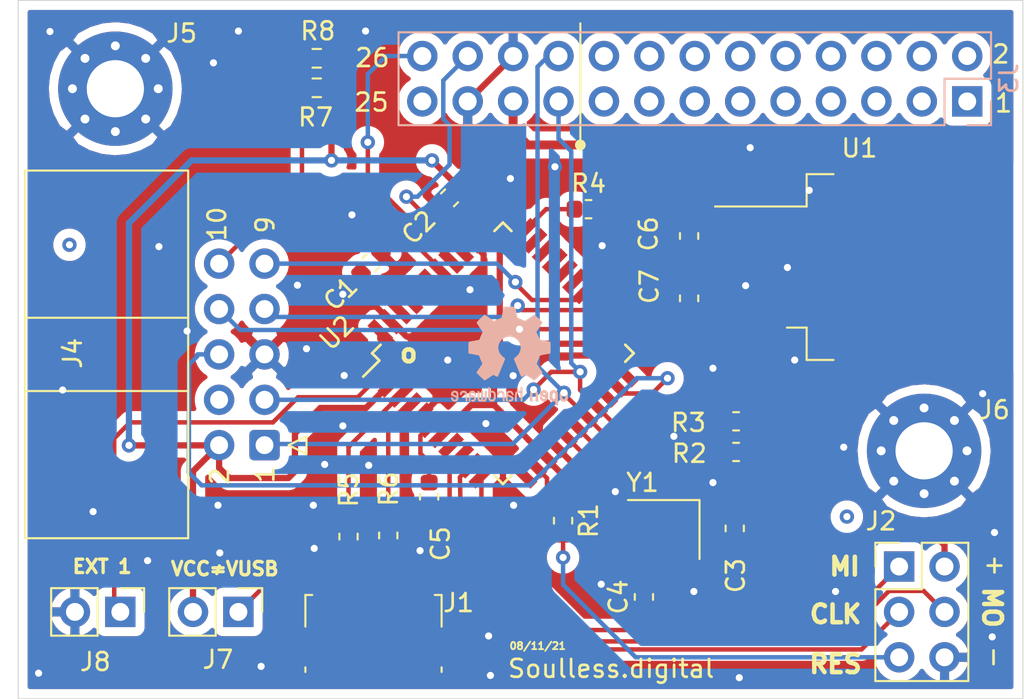
<source format=kicad_pcb>
(kicad_pcb (version 20171130) (host pcbnew "(5.1.10-1-10_14)")
  (title_block (title "Xone 3D UCK") (date 2021-07-31) (rev mk0) (company Soulless.digital))
  (layers (0 F.Cu signal) (31 B.Cu signal) (34 B.Paste user) (35 F.Paste user) (36 B.SilkS user) (37 F.SilkS user) (38 B.Mask user) (39 F.Mask user) (44 Edge.Cuts user))
  (net 0 "")
  (net 1 GND)
  (net 2 "Net-(C1-Pad2)")
  (net 3 VCC)
  (net 4 "Net-(C3-Pad2)")
  (net 5 "Net-(C4-Pad2)")
  (net 6 "Net-(C5-Pad1)")
  (net 7 +10V)
  (net 8 "Net-(J1-Pad1)")
  (net 9 "Net-(J1-Pad2)")
  (net 10 "Net-(J1-Pad3)")
  (net 11 "Net-(J1-Pad4)")
  (net 12 /SPI_MISO)
  (net 13 /RESET)
  (net 14 "Net-(J3-Pad1)")
  (net 15 "Net-(J3-Pad3)")
  (net 16 "Net-(J3-Pad5)")
  (net 17 "Net-(J3-Pad7)")
  (net 18 "Net-(J3-Pad9)")
  (net 19 "Net-(J3-Pad11)")
  (net 20 "Net-(J3-Pad13)")
  (net 21 "Net-(J3-Pad15)")
  (net 22 +15V)
  (net 23 /I2C_SDA)
  (net 24 "Net-(J3-Pad25)")
  (net 25 "Net-(J3-Pad2)")
  (net 26 "Net-(J3-Pad4)")
  (net 27 "Net-(J3-Pad6)")
  (net 28 "Net-(J3-Pad8)")
  (net 29 "Net-(J3-Pad10)")
  (net 30 "Net-(J3-Pad12)")
  (net 31 "Net-(J3-Pad14)")
  (net 32 "Net-(J3-Pad16)")
  (net 33 -15V)
  (net 34 /I2C_SCL)
  (net 35 /X_DC)
  (net 36 /INT)
  (net 37 /BPM_TAP_TEMPO)
  (net 38 /BPM_AUDIO)
  (net 39 "Net-(R4-Pad1)")
  (net 40 /D-1)
  (net 41 /D+)
  (net 42 "Net-(U2-Pad8)")
  (net 43 "Net-(U2-Pad12)")
  (net 44 "Net-(U2-Pad22)")
  (net 45 "Net-(U2-Pad28)")
  (net 46 "Net-(U2-Pad29)")
  (net 47 "Net-(U2-Pad30)")
  (net 48 "Net-(U2-Pad31)")
  (net 49 "Net-(U2-Pad32)")
  (net 50 "Net-(U2-Pad39)")
  (net 51 "Net-(U2-Pad40)")
  (net 52 "Net-(U2-Pad41)")
  (net 53 /SPI_CLK)
  (net 54 /SPI_MOSI)
  (net 55 /CLOCK_PUSH)
  (net 56 /LFO_TAP_TEMPO)
  (net 57 "Net-(J4-Pad4)")
  (net 58 /CLOCK_PULL)
  (net 59 "Net-(U2-Pad20)")
  (net 60 /EXT_1)
  (module Connector_PinHeader_2.54mm:PinHeader_1x02_P2.54mm_Vertical (layer F.Cu) (at 78.867 141.351 270)
    (fp_text reference J8 (at 2.794 1.397 180) (layer F.SilkS))
    (fp_text value Conn_01x02 hide)
    (pad 2 thru_hole oval (at 0 2.54 270) (size 1.7 1.7) (drill 1) (layers *.Cu *.Mask) (net 1 GND))
    (pad 1 thru_hole rect (at 0 0 270) (size 1.7 1.7) (drill 1) (layers *.Cu *.Mask) (net 60 /EXT_1))
  )
  (module Resistor_SMD:R_0603_1608Metric (layer F.Cu) (at 89.853 112.014 180)
    (fp_text reference R7 (at 0.064 -1.651) (layer F.SilkS))
    (fp_text value 10K)
    (pad 2 smd roundrect (at 0.825 0 180) (size 0.8 0.95) (layers F.Cu F.Paste F.Mask) (net 38 /BPM_AUDIO))
    (pad 1 smd roundrect (at -0.825 0 180) (size 0.8 0.95) (layers F.Cu F.Paste F.Mask) (net 3 VCC))
  )
  (module Resistor_SMD:R_0603_1608Metric (layer F.Cu) (at 89.853 110.363)
    (fp_text reference R8 (at 0.063 -1.524) (layer F.SilkS))
    (fp_text value 10K)
    (pad 2 smd roundrect (at 0.825 0) (size 0.8 0.95) (layers F.Cu F.Paste F.Mask) (net 1 GND))
    (pad 1 smd roundrect (at -0.825 0) (size 0.8 0.95) (layers F.Cu F.Paste F.Mask) (net 38 /BPM_AUDIO))
  )
  (module Symbol:OSHW-Logo2_7.3x6mm_SilkScreen (layer B.Cu) (at 100.6348 127.0254 180)
    (fp_text reference REF** hide)
    (fp_text value OSHW-Logo2_7.3x6mm_SilkScreen hide)
  )
  (module Connector_IDC:IDC-Header_2x05_P2.54mm_Horizontal (layer F.Cu) (at 86.9315 132.0165 180)
    (fp_text reference J4 (at 10.7315 5.1435 90) (layer F.SilkS))
    (fp_text value Conn_02x05_Odd_Even hide)
    (pad 1 thru_hole roundrect (at 0 0 180) (size 1.7 1.7) (drill 1) (layers *.Cu *.Mask) (roundrect_rratio 0.1470588235294118) (net 34 /I2C_SCL))
    (pad 3 thru_hole circle (at 0 2.54 180) (size 1.7 1.7) (drill 1) (layers *.Cu *.Mask) (net 23 /I2C_SDA))
    (pad 5 thru_hole circle (at 0 5.08 180) (size 1.7 1.7) (drill 1) (layers *.Cu *.Mask) (net 1 GND))
    (pad 7 thru_hole circle (at 0 7.62 180) (size 1.7 1.7) (drill 1) (layers *.Cu *.Mask) (net 55 /CLOCK_PUSH))
    (pad 9 thru_hole circle (at 0 10.16 180) (size 1.7 1.7) (drill 1) (layers *.Cu *.Mask) (net 56 /LFO_TAP_TEMPO))
    (pad 2 thru_hole circle (at 2.54 0 180) (size 1.7 1.7) (drill 1) (layers *.Cu *.Mask) (net 3 VCC))
    (pad 4 thru_hole circle (at 2.54 2.54 180) (size 1.7 1.7) (drill 1) (layers *.Cu *.Mask) (net 57 "Net-(J4-Pad4)"))
    (pad 6 thru_hole circle (at 2.54 5.08 180) (size 1.7 1.7) (drill 1) (layers *.Cu *.Mask) (net 37 /BPM_TAP_TEMPO))
    (pad 8 thru_hole circle (at 2.54 7.62 180) (size 1.7 1.7) (drill 1) (layers *.Cu *.Mask) (net 58 /CLOCK_PULL))
    (pad 10 thru_hole circle (at 2.54 10.16 180) (size 1.7 1.7) (drill 1) (layers *.Cu *.Mask) (net 38 /BPM_AUDIO))
  )
  (module Connector_PinHeader_2.54mm:PinHeader_2x03_P2.54mm_Vertical (layer F.Cu) (at 122.428 138.811)
    (fp_text reference J2 (at -1.016 -2.54) (layer F.SilkS))
    (fp_text value Conn_02x03_Odd_Even hide)
    (pad 1 thru_hole rect (at 0 0) (size 1.7 1.7) (drill 1) (layers *.Cu *.Mask) (net 12 /SPI_MISO))
    (pad 2 thru_hole oval (at 2.54 0) (size 1.7 1.7) (drill 1) (layers *.Cu *.Mask) (net 3 VCC))
    (pad 3 thru_hole oval (at 0 2.54) (size 1.7 1.7) (drill 1) (layers *.Cu *.Mask) (net 53 /SPI_CLK))
    (pad 4 thru_hole oval (at 2.54 2.54) (size 1.7 1.7) (drill 1) (layers *.Cu *.Mask) (net 54 /SPI_MOSI))
    (pad 5 thru_hole oval (at 0 5.08) (size 1.7 1.7) (drill 1) (layers *.Cu *.Mask) (net 13 /RESET))
    (pad 6 thru_hole oval (at 2.54 5.08) (size 1.7 1.7) (drill 1) (layers *.Cu *.Mask) (net 1 GND))
  )
  (module Crystal:Crystal_SMD_3225-4Pin_3.2x2.5mm (layer F.Cu) (at 109.263 136.74 180)
    (fp_text reference Y1 (at 1.186 2.628) (layer F.SilkS))
    (fp_text value Crystal_GND24_Small hide)
    (pad 4 smd rect (at -1.1 -0.85 180) (size 1.4 1.2) (layers F.Cu F.Paste F.Mask) (net 1 GND))
    (pad 3 smd rect (at 1.1 -0.85 180) (size 1.4 1.2) (layers F.Cu F.Paste F.Mask) (net 5 "Net-(C4-Pad2)"))
    (pad 2 smd rect (at 1.1 0.85 180) (size 1.4 1.2) (layers F.Cu F.Paste F.Mask) (net 1 GND))
    (pad 1 smd rect (at -1.1 0.85 180) (size 1.4 1.2) (layers F.Cu F.Paste F.Mask) (net 4 "Net-(C3-Pad2)"))
  )
  (module Connector_PinHeader_2.54mm:PinHeader_1x02_P2.54mm_Vertical (layer F.Cu) (at 85.471 141.351 270)
    (fp_text reference J7 (at 2.667 1.143 180) (layer F.SilkS))
    (fp_text value Conn_01x02 hide)
    (pad 2 thru_hole oval (at 0 2.54 270) (size 1.7 1.7) (drill 1) (layers *.Cu *.Mask) (net 3 VCC))
    (pad 1 thru_hole rect (at 0 0 270) (size 1.7 1.7) (drill 1) (layers *.Cu *.Mask) (net 8 "Net-(J1-Pad1)"))
  )
  (module Connector_PinHeader_2.54mm:PinHeader_2x13_P2.54mm_Vertical (layer B.Cu) (at 126.238 112.776 90)
    (fp_text reference J3 (at 1.27 2.33 270) (layer B.SilkS) (effects (justify mirror)))
    (fp_text value Conn_02x13_Odd_Even hide)
    (pad 1 thru_hole rect (at 0 0 90) (size 1.7 1.7) (drill 1) (layers *.Cu *.Mask) (net 14 "Net-(J3-Pad1)"))
    (pad 2 thru_hole oval (at 2.54 0 90) (size 1.7 1.7) (drill 1) (layers *.Cu *.Mask) (net 25 "Net-(J3-Pad2)"))
    (pad 3 thru_hole oval (at 0 -2.54 90) (size 1.7 1.7) (drill 1) (layers *.Cu *.Mask) (net 15 "Net-(J3-Pad3)"))
    (pad 4 thru_hole oval (at 2.54 -2.54 90) (size 1.7 1.7) (drill 1) (layers *.Cu *.Mask) (net 26 "Net-(J3-Pad4)"))
    (pad 5 thru_hole oval (at 0 -5.08 90) (size 1.7 1.7) (drill 1) (layers *.Cu *.Mask) (net 16 "Net-(J3-Pad5)"))
    (pad 6 thru_hole oval (at 2.54 -5.08 90) (size 1.7 1.7) (drill 1) (layers *.Cu *.Mask) (net 27 "Net-(J3-Pad6)"))
    (pad 7 thru_hole oval (at 0 -7.62 90) (size 1.7 1.7) (drill 1) (layers *.Cu *.Mask) (net 17 "Net-(J3-Pad7)"))
    (pad 8 thru_hole oval (at 2.54 -7.62 90) (size 1.7 1.7) (drill 1) (layers *.Cu *.Mask) (net 28 "Net-(J3-Pad8)"))
    (pad 9 thru_hole oval (at 0 -10.16 90) (size 1.7 1.7) (drill 1) (layers *.Cu *.Mask) (net 18 "Net-(J3-Pad9)"))
    (pad 10 thru_hole oval (at 2.54 -10.16 90) (size 1.7 1.7) (drill 1) (layers *.Cu *.Mask) (net 29 "Net-(J3-Pad10)"))
    (pad 11 thru_hole oval (at 0 -12.7 90) (size 1.7 1.7) (drill 1) (layers *.Cu *.Mask) (net 19 "Net-(J3-Pad11)"))
    (pad 12 thru_hole oval (at 2.54 -12.7 90) (size 1.7 1.7) (drill 1) (layers *.Cu *.Mask) (net 30 "Net-(J3-Pad12)"))
    (pad 13 thru_hole oval (at 0 -15.24 90) (size 1.7 1.7) (drill 1) (layers *.Cu *.Mask) (net 20 "Net-(J3-Pad13)"))
    (pad 14 thru_hole oval (at 2.54 -15.24 90) (size 1.7 1.7) (drill 1) (layers *.Cu *.Mask) (net 31 "Net-(J3-Pad14)"))
    (pad 15 thru_hole oval (at 0 -17.78 90) (size 1.7 1.7) (drill 1) (layers *.Cu *.Mask) (net 21 "Net-(J3-Pad15)"))
    (pad 16 thru_hole oval (at 2.54 -17.78 90) (size 1.7 1.7) (drill 1) (layers *.Cu *.Mask) (net 32 "Net-(J3-Pad16)"))
    (pad 17 thru_hole oval (at 0 -20.32 90) (size 1.7 1.7) (drill 1) (layers *.Cu *.Mask) (net 22 +15V))
    (pad 18 thru_hole oval (at 2.54 -20.32 90) (size 1.7 1.7) (drill 1) (layers *.Cu *.Mask) (net 33 -15V))
    (pad 19 thru_hole oval (at 0 -22.86 90) (size 1.7 1.7) (drill 1) (layers *.Cu *.Mask) (net 23 /I2C_SDA))
    (pad 20 thru_hole oval (at 2.54 -22.86 90) (size 1.7 1.7) (drill 1) (layers *.Cu *.Mask) (net 34 /I2C_SCL))
    (pad 21 thru_hole oval (at 0 -25.4 90) (size 1.7 1.7) (drill 1) (layers *.Cu *.Mask) (net 7 +10V))
    (pad 22 thru_hole oval (at 2.54 -25.4 90) (size 1.7 1.7) (drill 1) (layers *.Cu *.Mask) (net 1 GND))
    (pad 23 thru_hole oval (at 0 -27.94 90) (size 1.7 1.7) (drill 1) (layers *.Cu *.Mask) (net 1 GND))
    (pad 24 thru_hole oval (at 2.54 -27.94 90) (size 1.7 1.7) (drill 1) (layers *.Cu *.Mask) (net 35 /X_DC))
    (pad 25 thru_hole oval (at 0 -30.48 90) (size 1.7 1.7) (drill 1) (layers *.Cu *.Mask) (net 24 "Net-(J3-Pad25)"))
    (pad 26 thru_hole oval (at 2.54 -30.48 90) (size 1.7 1.7) (drill 1) (layers *.Cu *.Mask) (net 36 /INT))
  )
  (module Capacitor_SMD:C_0603_1608Metric (layer F.Cu) (at 92.885847 121.807653 225)
    (fp_text reference C1 (at 2.430887 -0.026941 45) (layer F.SilkS))
    (fp_text value 100nF)
    (pad 1 smd roundrect (at -0.7875 0 225) (size 0.875 0.95) (layers F.Cu F.Paste F.Mask) (net 1 GND))
    (pad 2 smd roundrect (at 0.7875 0 225) (size 0.875 0.95) (layers F.Cu F.Paste F.Mask) (net 2 "Net-(C1-Pad2)"))
  )
  (module Capacitor_SMD:C_0603_1608Metric (layer F.Cu) (at 97.282 118.1735 225)
    (fp_text reference C2 (at 2.397728 0.044901 45) (layer F.SilkS))
    (fp_text value 1uF)
    (pad 2 smd roundrect (at 0.7875 0 225) (size 0.875 0.95) (layers F.Cu F.Paste F.Mask) (net 1 GND))
    (pad 1 smd roundrect (at -0.7875 0 225) (size 0.875 0.95) (layers F.Cu F.Paste F.Mask) (net 3 VCC))
  )
  (module Capacitor_SMD:C_0603_1608Metric (layer F.Cu) (at 113.2332 136.6775 90)
    (fp_text reference C3 (at -2.6415 0.0508 90) (layer F.SilkS))
    (fp_text value 22pF)
    (pad 1 smd roundrect (at -0.7875 0 90) (size 0.875 0.95) (layers F.Cu F.Paste F.Mask) (net 1 GND))
    (pad 2 smd roundrect (at 0.7875 0 90) (size 0.875 0.95) (layers F.Cu F.Paste F.Mask) (net 4 "Net-(C3-Pad2)"))
  )
  (module Capacitor_SMD:C_0603_1608Metric (layer F.Cu) (at 108.1532 140.5128 90)
    (fp_text reference C4 (at 0 -1.43 90) (layer F.SilkS))
    (fp_text value 22pF)
    (pad 2 smd roundrect (at 0.7875 0 90) (size 0.875 0.95) (layers F.Cu F.Paste F.Mask) (net 5 "Net-(C4-Pad2)"))
    (pad 1 smd roundrect (at -0.7875 0 90) (size 0.875 0.95) (layers F.Cu F.Paste F.Mask) (net 1 GND))
  )
  (module Capacitor_SMD:C_0603_1608Metric (layer F.Cu) (at 96.139 134.8995 270)
    (fp_text reference C5 (at 2.6415 -0.635 90) (layer F.SilkS))
    (fp_text value 1uF)
    (pad 1 smd roundrect (at -0.7875 0 270) (size 0.875 0.95) (layers F.Cu F.Paste F.Mask) (net 6 "Net-(C5-Pad1)"))
    (pad 2 smd roundrect (at 0.7875 0 270) (size 0.875 0.95) (layers F.Cu F.Paste F.Mask) (net 1 GND))
  )
  (module Capacitor_SMD:C_0603_1608Metric (layer F.Cu) (at 110.6805 120.307 270)
    (fp_text reference C6 (at -0.1142 2.2733 90) (layer F.SilkS))
    (fp_text value 330nF)
    (pad 2 smd roundrect (at 0.7875 0 270) (size 0.875 0.95) (layers F.Cu F.Paste F.Mask) (net 1 GND))
    (pad 1 smd roundrect (at -0.7875 0 270) (size 0.875 0.95) (layers F.Cu F.Paste F.Mask) (net 7 +10V))
  )
  (module Capacitor_SMD:C_0603_1608Metric (layer F.Cu) (at 110.6805 123.7995 90)
    (fp_text reference C7 (at 0.6603 -2.2225 90) (layer F.SilkS))
    (fp_text value 100nF)
    (pad 1 smd roundrect (at -0.7875 0 90) (size 0.875 0.95) (layers F.Cu F.Paste F.Mask) (net 3 VCC))
    (pad 2 smd roundrect (at 0.7875 0 90) (size 0.875 0.95) (layers F.Cu F.Paste F.Mask) (net 1 GND))
  )
  (module Connector_USB:USB_Micro-B_Molex_47346-0001 (layer F.Cu) (at 93.0275 142.113)
    (fp_text reference J1 (at 4.7625 -1.27 180) (layer F.SilkS))
    (fp_text value USB_B_Micro hide)
    (pad 1 smd rect (at -1.3 -1.46) (size 0.45 1.38) (layers F.Cu F.Paste F.Mask) (net 8 "Net-(J1-Pad1)"))
    (pad 2 smd rect (at -0.65 -1.46) (size 0.45 1.38) (layers F.Cu F.Paste F.Mask) (net 9 "Net-(J1-Pad2)"))
    (pad 3 smd rect (at 0 -1.46) (size 0.45 1.38) (layers F.Cu F.Paste F.Mask) (net 10 "Net-(J1-Pad3)"))
    (pad 4 smd rect (at 0.65 -1.46) (size 0.45 1.38) (layers F.Cu F.Paste F.Mask) (net 11 "Net-(J1-Pad4)"))
    (pad 5 smd rect (at 1.3 -1.46) (size 0.45 1.38) (layers F.Cu F.Paste F.Mask) (net 1 GND))
    (pad 6 smd rect (at -2.4875 -1.375) (size 1.425 1.55) (layers F.Cu F.Paste F.Mask) (net 1 GND))
    (pad 6 smd rect (at 2.4875 -1.375) (size 1.425 1.55) (layers F.Cu F.Paste F.Mask) (net 1 GND))
    (pad 6 smd rect (at -3.375 1.2) (size 1.65 1.3) (layers F.Cu F.Paste F.Mask) (net 1 GND))
    (pad 6 smd rect (at 3.375 1.2) (size 1.65 1.3) (layers F.Cu F.Paste F.Mask) (net 1 GND))
    (pad 6 smd rect (at -1.15 1.2) (size 1.8 1.9) (layers F.Cu F.Paste F.Mask) (net 1 GND))
    (pad 6 smd rect (at 1.55 1.2) (size 1 1.9) (layers F.Cu F.Paste F.Mask) (net 1 GND))
  )
  (module Resistor_SMD:R_0603_1608Metric (layer F.Cu) (at 103.632 136.2455 270)
    (fp_text reference R1 (at 0 -1.43 90) (layer F.SilkS))
    (fp_text value 10K)
    (pad 1 smd roundrect (at -0.7875 0 270) (size 0.875 0.95) (layers F.Cu F.Paste F.Mask) (net 3 VCC))
    (pad 2 smd roundrect (at 0.7875 0 270) (size 0.875 0.95) (layers F.Cu F.Paste F.Mask) (net 13 /RESET))
  )
  (module Resistor_SMD:R_0603_1608Metric (layer F.Cu) (at 113.3095 132.3975 180)
    (fp_text reference R2 (at 2.6163 -0.0889) (layer F.SilkS))
    (fp_text value 2.2K)
    (pad 2 smd roundrect (at 0.7875 0 180) (size 0.875 0.95) (layers F.Cu F.Paste F.Mask) (net 34 /I2C_SCL))
    (pad 1 smd roundrect (at -0.7875 0 180) (size 0.875 0.95) (layers F.Cu F.Paste F.Mask) (net 3 VCC))
  )
  (module Resistor_SMD:R_0603_1608Metric (layer F.Cu) (at 113.3095 130.683 180)
    (fp_text reference R3 (at 2.6671 -0.0762) (layer F.SilkS))
    (fp_text value 2.2K)
    (pad 1 smd roundrect (at -0.7875 0 180) (size 0.875 0.95) (layers F.Cu F.Paste F.Mask) (net 3 VCC))
    (pad 2 smd roundrect (at 0.7875 0 180) (size 0.875 0.95) (layers F.Cu F.Paste F.Mask) (net 23 /I2C_SDA))
  )
  (module Resistor_SMD:R_0603_1608Metric (layer F.Cu) (at 105.0545 118.8085)
    (fp_text reference R4 (at 0 -1.43) (layer F.SilkS))
    (fp_text value 10K)
    (pad 2 smd roundrect (at 0.7875 0) (size 0.875 0.95) (layers F.Cu F.Paste F.Mask) (net 1 GND))
    (pad 1 smd roundrect (at -0.7875 0) (size 0.875 0.95) (layers F.Cu F.Paste F.Mask) (net 39 "Net-(R4-Pad1)"))
  )
  (module Resistor_SMD:R_0603_1608Metric (layer F.Cu) (at 91.6305 137.1345 270)
    (fp_text reference R5 (at -2.6161 -0.0127 90) (layer F.SilkS))
    (fp_text value 22)
    (pad 2 smd roundrect (at 0.7875 0 270) (size 0.875 0.95) (layers F.Cu F.Paste F.Mask) (net 9 "Net-(J1-Pad2)"))
    (pad 1 smd roundrect (at -0.7875 0 270) (size 0.875 0.95) (layers F.Cu F.Paste F.Mask) (net 40 /D-1))
  )
  (module Resistor_SMD:R_0603_1608Metric (layer F.Cu) (at 93.853 137.071 270)
    (fp_text reference R6 (at -2.6034 -0.0254 90) (layer F.SilkS))
    (fp_text value 22)
    (pad 1 smd roundrect (at -0.7875 0 270) (size 0.875 0.95) (layers F.Cu F.Paste F.Mask) (net 41 /D+))
    (pad 2 smd roundrect (at 0.7875 0 270) (size 0.875 0.95) (layers F.Cu F.Paste F.Mask) (net 10 "Net-(J1-Pad3)"))
  )
  (module Package_TO_SOT_SMD:TO-263-2 (layer F.Cu) (at 120.2055 122.047)
    (fp_text reference U1 (at 0 -6.65) (layer F.SilkS))
    (fp_text value L7805)
    (pad 1 smd rect (at -5.775 -2.54) (size 4.6 1.1) (layers F.Cu F.Paste F.Mask) (net 7 +10V))
    (pad 3 smd rect (at -5.775 2.54) (size 4.6 1.1) (layers F.Cu F.Paste F.Mask) (net 3 VCC))
    (pad 2 smd rect (at 3.375 0) (size 9.4 10.8) (layers F.Cu F.Mask) (net 1 GND))
  )
  (module Package_QFP:TQFP-44_10x10mm_P0.8mm (layer F.Cu) (at 100.2665 126.873 45)
    (fp_text reference U2 (at -5.756344 -7.37279 45) (layer F.SilkS))
    (fp_text value ATmega32U4-AU)
    (pad 44 smd rect (at -4 -5.7 135) (size 1.5 0.55) (layers F.Cu F.Paste F.Mask) (net 3 VCC))
    (pad 43 smd rect (at -3.2 -5.7 135) (size 1.5 0.55) (layers F.Cu F.Paste F.Mask) (net 1 GND))
    (pad 42 smd rect (at -2.4 -5.7 135) (size 1.5 0.55) (layers F.Cu F.Paste F.Mask) (net 2 "Net-(C1-Pad2)"))
    (pad 41 smd rect (at -1.6 -5.7 135) (size 1.5 0.55) (layers F.Cu F.Paste F.Mask) (net 52 "Net-(U2-Pad41)"))
    (pad 40 smd rect (at -0.8 -5.7 135) (size 1.5 0.55) (layers F.Cu F.Paste F.Mask) (net 51 "Net-(U2-Pad40)"))
    (pad 39 smd rect (at 0 -5.7 135) (size 1.5 0.55) (layers F.Cu F.Paste F.Mask) (net 50 "Net-(U2-Pad39)"))
    (pad 38 smd rect (at 0.8 -5.7 135) (size 1.5 0.55) (layers F.Cu F.Paste F.Mask) (net 38 /BPM_AUDIO))
    (pad 37 smd rect (at 1.6 -5.7 135) (size 1.5 0.55) (layers F.Cu F.Paste F.Mask) (net 36 /INT))
    (pad 36 smd rect (at 2.4 -5.7 135) (size 1.5 0.55) (layers F.Cu F.Paste F.Mask) (net 35 /X_DC))
    (pad 35 smd rect (at 3.2 -5.7 135) (size 1.5 0.55) (layers F.Cu F.Paste F.Mask) (net 1 GND))
    (pad 34 smd rect (at 4 -5.7 135) (size 1.5 0.55) (layers F.Cu F.Paste F.Mask) (net 3 VCC))
    (pad 33 smd rect (at 5.7 -4 45) (size 1.5 0.55) (layers F.Cu F.Paste F.Mask) (net 39 "Net-(R4-Pad1)"))
    (pad 32 smd rect (at 5.7 -3.2 45) (size 1.5 0.55) (layers F.Cu F.Paste F.Mask) (net 49 "Net-(U2-Pad32)"))
    (pad 31 smd rect (at 5.7 -2.4 45) (size 1.5 0.55) (layers F.Cu F.Paste F.Mask) (net 48 "Net-(U2-Pad31)"))
    (pad 30 smd rect (at 5.7 -1.6 45) (size 1.5 0.55) (layers F.Cu F.Paste F.Mask) (net 47 "Net-(U2-Pad30)"))
    (pad 29 smd rect (at 5.7 -0.8 45) (size 1.5 0.55) (layers F.Cu F.Paste F.Mask) (net 46 "Net-(U2-Pad29)"))
    (pad 28 smd rect (at 5.7 0 45) (size 1.5 0.55) (layers F.Cu F.Paste F.Mask) (net 45 "Net-(U2-Pad28)"))
    (pad 27 smd rect (at 5.7 0.8 45) (size 1.5 0.55) (layers F.Cu F.Paste F.Mask) (net 56 /LFO_TAP_TEMPO))
    (pad 26 smd rect (at 5.7 1.6 45) (size 1.5 0.55) (layers F.Cu F.Paste F.Mask) (net 55 /CLOCK_PUSH))
    (pad 25 smd rect (at 5.7 2.4 45) (size 1.5 0.55) (layers F.Cu F.Paste F.Mask) (net 58 /CLOCK_PULL))
    (pad 24 smd rect (at 5.7 3.2 45) (size 1.5 0.55) (layers F.Cu F.Paste F.Mask) (net 3 VCC))
    (pad 23 smd rect (at 5.7 4 45) (size 1.5 0.55) (layers F.Cu F.Paste F.Mask) (net 1 GND))
    (pad 22 smd rect (at 4 5.7 135) (size 1.5 0.55) (layers F.Cu F.Paste F.Mask) (net 44 "Net-(U2-Pad22)"))
    (pad 21 smd rect (at 3.2 5.7 135) (size 1.5 0.55) (layers F.Cu F.Paste F.Mask) (net 37 /BPM_TAP_TEMPO))
    (pad 20 smd rect (at 2.4 5.7 135) (size 1.5 0.55) (layers F.Cu F.Paste F.Mask) (net 59 "Net-(U2-Pad20)"))
    (pad 19 smd rect (at 1.6 5.7 135) (size 1.5 0.55) (layers F.Cu F.Paste F.Mask) (net 23 /I2C_SDA))
    (pad 18 smd rect (at 0.8 5.7 135) (size 1.5 0.55) (layers F.Cu F.Paste F.Mask) (net 34 /I2C_SCL))
    (pad 17 smd rect (at 0 5.7 135) (size 1.5 0.55) (layers F.Cu F.Paste F.Mask) (net 4 "Net-(C3-Pad2)"))
    (pad 16 smd rect (at -0.8 5.7 135) (size 1.5 0.55) (layers F.Cu F.Paste F.Mask) (net 5 "Net-(C4-Pad2)"))
    (pad 15 smd rect (at -1.6 5.7 135) (size 1.5 0.55) (layers F.Cu F.Paste F.Mask) (net 1 GND))
    (pad 14 smd rect (at -2.4 5.7 135) (size 1.5 0.55) (layers F.Cu F.Paste F.Mask) (net 3 VCC))
    (pad 13 smd rect (at -3.2 5.7 135) (size 1.5 0.55) (layers F.Cu F.Paste F.Mask) (net 13 /RESET))
    (pad 12 smd rect (at -4 5.7 135) (size 1.5 0.55) (layers F.Cu F.Paste F.Mask) (net 43 "Net-(U2-Pad12)"))
    (pad 11 smd rect (at -5.7 4 45) (size 1.5 0.55) (layers F.Cu F.Paste F.Mask) (net 12 /SPI_MISO))
    (pad 10 smd rect (at -5.7 3.2 45) (size 1.5 0.55) (layers F.Cu F.Paste F.Mask) (net 54 /SPI_MOSI))
    (pad 9 smd rect (at -5.7 2.4 45) (size 1.5 0.55) (layers F.Cu F.Paste F.Mask) (net 53 /SPI_CLK))
    (pad 8 smd rect (at -5.7 1.6 45) (size 1.5 0.55) (layers F.Cu F.Paste F.Mask) (net 42 "Net-(U2-Pad8)"))
    (pad 7 smd rect (at -5.7 0.8 45) (size 1.5 0.55) (layers F.Cu F.Paste F.Mask) (net 3 VCC))
    (pad 6 smd rect (at -5.7 0 45) (size 1.5 0.55) (layers F.Cu F.Paste F.Mask) (net 6 "Net-(C5-Pad1)"))
    (pad 5 smd rect (at -5.7 -0.8 45) (size 1.5 0.55) (layers F.Cu F.Paste F.Mask) (net 1 GND))
    (pad 4 smd rect (at -5.7 -1.6 45) (size 1.5 0.55) (layers F.Cu F.Paste F.Mask) (net 41 /D+))
    (pad 3 smd rect (at -5.7 -2.4 45) (size 1.5 0.55) (layers F.Cu F.Paste F.Mask) (net 40 /D-1))
    (pad 2 smd rect (at -5.7 -3.2 45) (size 1.5 0.55) (layers F.Cu F.Paste F.Mask) (net 3 VCC))
    (pad 1 smd rect (at -5.7 -4 45) (size 1.5 0.55) (layers F.Cu F.Paste F.Mask) (net 60 /EXT_1))
  )
  (module MountingHole:MountingHole_3.2mm_M3_Pad_Via (layer F.Cu) (at 78.5876 112.0648)
    (fp_text reference J5 (at 3.7084 -3.0988) (layer F.SilkS))
    (fp_text value Screw_Terminal_01x01 hide)
    (pad 1 thru_hole circle (at 0 0) (size 6.4 6.4) (drill 3.2) (layers *.Cu *.Mask) (net 1 GND))
    (pad 1 thru_hole circle (at 2.4 0) (size 0.8 0.8) (drill 0.5) (layers *.Cu *.Mask) (net 1 GND))
    (pad 1 thru_hole circle (at 1.697056 1.697056) (size 0.8 0.8) (drill 0.5) (layers *.Cu *.Mask) (net 1 GND))
    (pad 1 thru_hole circle (at 0 2.4) (size 0.8 0.8) (drill 0.5) (layers *.Cu *.Mask) (net 1 GND))
    (pad 1 thru_hole circle (at -1.697056 1.697056) (size 0.8 0.8) (drill 0.5) (layers *.Cu *.Mask) (net 1 GND))
    (pad 1 thru_hole circle (at -2.4 0) (size 0.8 0.8) (drill 0.5) (layers *.Cu *.Mask) (net 1 GND))
    (pad 1 thru_hole circle (at -1.697056 -1.697056) (size 0.8 0.8) (drill 0.5) (layers *.Cu *.Mask) (net 1 GND))
    (pad 1 thru_hole circle (at 0 -2.4) (size 0.8 0.8) (drill 0.5) (layers *.Cu *.Mask) (net 1 GND))
    (pad 1 thru_hole circle (at 1.697056 -1.697056) (size 0.8 0.8) (drill 0.5) (layers *.Cu *.Mask) (net 1 GND))
  )
  (module MountingHole:MountingHole_3.2mm_M3_Pad_Via (layer F.Cu) (at 123.825 132.334)
    (fp_text reference J6 (at 3.937 -2.286) (layer F.SilkS))
    (fp_text value Screw_Terminal_01x01 hide)
    (pad 1 thru_hole circle (at 1.697056 -1.697056) (size 0.8 0.8) (drill 0.5) (layers *.Cu *.Mask) (net 1 GND))
    (pad 1 thru_hole circle (at 0 -2.4) (size 0.8 0.8) (drill 0.5) (layers *.Cu *.Mask) (net 1 GND))
    (pad 1 thru_hole circle (at -1.697056 -1.697056) (size 0.8 0.8) (drill 0.5) (layers *.Cu *.Mask) (net 1 GND))
    (pad 1 thru_hole circle (at -2.4 0) (size 0.8 0.8) (drill 0.5) (layers *.Cu *.Mask) (net 1 GND))
    (pad 1 thru_hole circle (at -1.697056 1.697056) (size 0.8 0.8) (drill 0.5) (layers *.Cu *.Mask) (net 1 GND))
    (pad 1 thru_hole circle (at 0 2.4) (size 0.8 0.8) (drill 0.5) (layers *.Cu *.Mask) (net 1 GND))
    (pad 1 thru_hole circle (at 1.697056 1.697056) (size 0.8 0.8) (drill 0.5) (layers *.Cu *.Mask) (net 1 GND))
    (pad 1 thru_hole circle (at 2.4 0) (size 0.8 0.8) (drill 0.5) (layers *.Cu *.Mask) (net 1 GND))
    (pad 1 thru_hole circle (at 0 0) (size 6.4 6.4) (drill 3.2) (layers *.Cu *.Mask) (net 1 GND))
  )
  (gr_text o (at 94.996 126.873) (layer F.SilkS) (effects (font (size 1 1) (thickness 0.25))))
  (gr_text "EXT 1" (at 77.851 138.811) (layer F.SilkS) (effects (font (size 0.75 0.75) (thickness 0.1875))))
  (gr_text VCC≠VUSB (at 84.709 138.938) (layer F.SilkS) (effects (font (size 0.75 0.75) (thickness 0.1875))))
  (gr_text MO (at 127.635 141.097 270) (layer F.SilkS) (effects (font (size 1 1) (thickness 0.25))))
  (gr_text CLK (at 118.872 141.478) (layer F.SilkS) (effects (font (size 1 1) (thickness 0.25))))
  (gr_text RES (at 118.872 144.272) (layer F.SilkS) (effects (font (size 1 1) (thickness 0.25))))
  (gr_text MI (at 119.38 138.811) (layer F.SilkS) (effects (font (size 1 1) (thickness 0.25))))
  (gr_circle (center 104.5972 115.2144) (end 104.7472 115.2144) (layer F.SilkS) (width 0.3))
  (gr_line (start 104.5972 108.4072) (end 104.5972 115.2144) (layer F.SilkS) (width 0.12))
  (gr_text 08/11/21 (at 100.584 143.256) (layer F.SilkS) (effects (font (size 0.4 0.4) (thickness 0.1)) (justify left)))
  (gr_text Soulless.digital (at 100.457 144.526) (layer F.SilkS) (effects (font (size 1 1)) (justify left)))
  (gr_text 2 (at 128.1176 110.1344) (layer F.SilkS) (effects (font (size 1 1))))
  (gr_text 1 (at 128.27 112.8776) (layer F.SilkS) (effects (font (size 1 1))))
  (gr_text 25 (at 92.9132 112.8268) (layer F.SilkS) (effects (font (size 1 1))))
  (gr_text 26 (at 92.964 110.3376) (layer F.SilkS) (effects (font (size 1 1))))
  (gr_text 9 (at 86.9696 119.6848 90) (layer F.SilkS) (effects (font (size 1 1))))
  (gr_text 10 (at 84.2772 119.634 90) (layer F.SilkS) (effects (font (size 1 1))))
  (gr_text 2 (at 84.4296 133.7564 90) (layer F.SilkS) (effects (font (size 1 1))))
  (gr_text 1 (at 86.9696 133.6548 90) (layer F.SilkS) (effects (font (size 1 1))))
  (gr_text + (at 127.762 138.684) (layer F.SilkS) (effects (font (size 1 1))))
  (gr_text - (at 127.635 143.891 90) (layer F.SilkS) (effects (font (size 1 1))))
  (gr_line (start 73.152 146.2024) (end 129.3495 146.2024) (layer Edge.Cuts) (width 0.05))
  (gr_line (start 73.152 107.1245) (end 129.3495 107.1245) (layer Edge.Cuts) (width 0.05))
  (gr_line (start 73.152 146.2024) (end 73.152 107.1245) (layer Edge.Cuts) (width 0.05))
  (gr_line (start 129.3495 107.1245) (end 129.3495 146.2024) (layer Edge.Cuts) (width 0.05))
  (via (at 119.507 136.017) (size 0.8) (drill 0.4) (layers F.Cu B.Cu) (net 0))
  (via (at 76.0222 120.8024) (size 0.8) (drill 0.4) (layers F.Cu B.Cu) (net 0))
  (segment (start 94.043944 125.105233) (end 94.871911 125.9332) (width 0.35) (layer F.Cu) (net 1))
  (segment (start 93.97325 125.105233) (end 94.043944 125.105233) (width 0.35) (layer F.Cu) (net 1))
  (segment (start 93.97325 125.105233) (end 93.97325 125.06285) (width 0.35) (layer F.Cu) (net 1))
  (segment (start 93.97325 125.06285) (end 93.0656 124.1552) (width 0.35) (layer F.Cu) (net 1))
  (segment (start 96.725153 118.80617) (end 96.725153 118.730347) (width 0.35) (layer F.Cu) (net 1))
  (segment (start 98.498733 120.57975) (end 96.725153 118.80617) (width 0.35) (layer F.Cu) (net 1))
  (via (at 92.583 108.839) (size 0.8) (drill 0.4) (layers F.Cu B.Cu) (net 1))
  (via (at 109.8296 131.5212) (size 0.8) (drill 0.4) (layers F.Cu B.Cu) (net 1))
  (via (at 92.7608 133.1468) (size 0.8) (drill 0.4) (layers F.Cu B.Cu) (net 1))
  (via (at 106.553 134.62) (size 0.8) (drill 0.4) (layers F.Cu B.Cu) (net 1))
  (segment (start 94.377501 140.703001) (end 94.377501 140.653) (width 0.35) (layer F.Cu) (net 1))
  (segment (start 94.4125 140.738) (end 94.377501 140.703001) (width 0.35) (layer F.Cu) (net 1))
  (segment (start 95.515 140.738) (end 94.4125 140.738) (width 0.35) (layer F.Cu) (net 1))
  (segment (start 94.3275 139.713) (end 94.3356 139.7049) (width 0.25) (layer F.Cu) (net 1))
  (segment (start 94.3275 140.653) (end 94.3275 139.713) (width 0.25) (layer F.Cu) (net 1))
  (segment (start 94.3356 139.7049) (end 94.3356 139.446) (width 0.25) (layer F.Cu) (net 1))
  (via (at 116.1796 122.0724) (size 0.8) (drill 0.4) (layers F.Cu B.Cu) (net 1))
  (via (at 127.1016 129.1336) (size 0.8) (drill 0.4) (layers F.Cu B.Cu) (net 1))
  (via (at 114.0968 115.3668) (size 0.8) (drill 0.4) (layers F.Cu B.Cu) (net 1))
  (via (at 105.8164 120.8532) (size 0.8) (drill 0.4) (layers F.Cu B.Cu) (net 1))
  (via (at 85.471 108.839) (size 0.8) (drill 0.4) (layers F.Cu B.Cu) (net 1))
  (via (at 74.93 108.8644) (size 0.8) (drill 0.4) (layers F.Cu B.Cu) (net 1))
  (via (at 75.6412 128.9304) (size 0.8) (drill 0.4) (layers F.Cu B.Cu) (net 1))
  (via (at 77.343 135.7376) (size 0.8) (drill 0.4) (layers F.Cu B.Cu) (net 1))
  (via (at 84.4296 138.049) (size 0.8) (drill 0.4) (layers F.Cu B.Cu) (net 1))
  (via (at 74.295 144.78) (size 0.8) (drill 0.4) (layers F.Cu B.Cu) (net 1))
  (via (at 99.4664 142.6972) (size 0.8) (drill 0.4) (layers F.Cu B.Cu) (net 1))
  (via (at 105.7656 139.8016) (size 0.8) (drill 0.4) (layers F.Cu B.Cu) (net 1))
  (via (at 99.568 144.907) (size 0.8) (drill 0.4) (layers F.Cu B.Cu) (net 1))
  (via (at 110.9472 140.208) (size 0.8) (drill 0.4) (layers F.Cu B.Cu) (net 1))
  (via (at 113.4872 145.034) (size 0.8) (drill 0.4) (layers F.Cu B.Cu) (net 1))
  (via (at 119.3292 132.1308) (size 0.8) (drill 0.4) (layers F.Cu B.Cu) (net 1))
  (via (at 97.1804 127.254) (size 0.8) (drill 0.4) (layers F.Cu B.Cu) (net 1))
  (via (at 91.3892 128.1176) (size 0.8) (drill 0.4) (layers F.Cu B.Cu) (net 1))
  (via (at 89.281 126.619) (size 0.8) (drill 0.4) (layers F.Cu B.Cu) (net 1))
  (via (at 91.313 130.937) (size 0.8) (drill 0.4) (layers F.Cu B.Cu) (net 1))
  (via (at 82.6008 125.6284) (size 0.8) (drill 0.4) (layers F.Cu B.Cu) (net 1))
  (via (at 80.391 138.4808) (size 0.8) (drill 0.4) (layers F.Cu B.Cu) (net 1))
  (via (at 81.026 120.904) (size 0.8) (drill 0.4) (layers F.Cu B.Cu) (net 1))
  (via (at 84.074 110.617) (size 0.8) (drill 0.4) (layers F.Cu B.Cu) (net 1))
  (via (at 116.586 127.254) (size 0.8) (drill 0.4) (layers F.Cu B.Cu) (net 1))
  (via (at 117.3988 117.7544) (size 0.8) (drill 0.4) (layers F.Cu B.Cu) (net 1))
  (via (at 112.014 127.7112) (size 0.8) (drill 0.4) (layers F.Cu B.Cu) (net 1))
  (via (at 100.6856 117.094) (size 0.8) (drill 0.4) (layers F.Cu B.Cu) (net 1))
  (via (at 99.314 130.81) (size 0.8) (drill 0.4) (layers F.Cu B.Cu) (net 1))
  (via (at 91.821 119.126) (size 0.8) (drill 0.4) (layers F.Cu B.Cu) (net 1))
  (segment (start 99.988001 111.085999) (end 98.298 112.776) (width 0.35) (layer F.Cu) (net 1))
  (segment (start 100.838 110.236) (end 99.988001 111.085999) (width 0.35) (layer F.Cu) (net 1))
  (via (at 103.1748 116.4336) (size 0.8) (drill 0.4) (layers F.Cu B.Cu) (net 1))
  (via (at 113.8428 123.0884) (size 0.8) (drill 0.4) (layers F.Cu B.Cu) (net 1))
  (via (at 90.297 133.096) (size 0.8) (drill 0.4) (layers F.Cu B.Cu) (net 1))
  (via (at 89.7128 137.795) (size 0.8) (drill 0.4) (layers F.Cu B.Cu) (net 1))
  (segment (start 101.105999 128.129001) (end 101.105999 128.129001) (width 0.35) (layer F.Cu) (net 1))
  (via (at 100.838 128.129001) (size 0.8) (drill 0.4) (layers F.Cu B.Cu) (net 1))
  (segment (start 107.125436 126.059826) (end 107.125436 125.670918) (width 0.35) (layer F.Cu) (net 1))
  (segment (start 102.235 127) (end 106.185262 127) (width 0.35) (layer F.Cu) (net 1))
  (segment (start 100.838 128.129001) (end 102.235 127) (width 0.35) (layer F.Cu) (net 1))
  (segment (start 106.185262 127) (end 107.125436 126.059826) (width 0.35) (layer F.Cu) (net 1))
  (via (at 98.425 123.317) (size 0.8) (drill 0.4) (layers F.Cu B.Cu) (net 1))
  (via (at 88.773 123.063) (size 0.8) (drill 0.4) (layers F.Cu B.Cu) (net 1))
  (via (at 91.313 123.571) (size 0.8) (drill 0.4) (layers F.Cu B.Cu) (net 1))
  (segment (start 95.670306 130.337823) (end 95.722177 130.337823) (width 0.35) (layer F.Cu) (net 1))
  (segment (start 95.722177 130.337823) (end 96.52 129.54) (width 0.35) (layer F.Cu) (net 1))
  (via (at 86.741 144.399) (size 0.8) (drill 0.4) (layers F.Cu B.Cu) (net 1))
  (via (at 95.631 137.922) (size 0.8) (drill 0.4) (layers F.Cu B.Cu) (net 1))
  (via (at 112.014 134.112) (size 0.8) (drill 0.4) (layers F.Cu B.Cu) (net 1))
  (segment (start 100.268788 135.015988) (end 100.8634 135.6106) (width 0.35) (layer F.Cu) (net 1))
  (segment (start 100.268788 131.764788) (end 100.268788 135.015988) (width 0.35) (layer F.Cu) (net 1))
  (segment (start 99.568 131.064) (end 100.268788 131.764788) (width 0.35) (layer F.Cu) (net 1))
  (segment (start 104.68299 133.552232) (end 104.68299 137.32199) (width 0.35) (layer F.Cu) (net 1))
  (segment (start 103.165638 132.03488) (end 104.68299 133.552232) (width 0.35) (layer F.Cu) (net 1))
  (segment (start 104.68299 137.32199) (end 105.537 138.176) (width 0.35) (layer F.Cu) (net 1))
  (via (at 84.328 135.382) (size 0.8) (drill 0.4) (layers F.Cu B.Cu) (net 1))
  (via (at 89.662 135.382) (size 0.8) (drill 0.4) (layers F.Cu B.Cu) (net 1))
  (segment (start 100.8634 135.6106) (end 102.2604 137.0076) (width 0.35) (layer F.Cu) (net 1))
  (via (at 100.8634 135.382) (size 0.8) (drill 0.4) (layers F.Cu B.Cu) (net 1))
  (via (at 118.872 140.208) (size 0.8) (drill 0.4) (layers F.Cu B.Cu) (net 1))
  (via (at 127.762 136.906) (size 0.8) (drill 0.4) (layers F.Cu B.Cu) (net 1))
  (via (at 127.635 142.748) (size 0.8) (drill 0.4) (layers F.Cu B.Cu) (net 1))
  (segment (start 95.670306 130.337823) (end 95.670306 130.389694) (width 0.35) (layer F.Cu) (net 1))
  (segment (start 95.670306 130.389694) (end 94.742 131.318) (width 0.35) (layer F.Cu) (net 1))
  (segment (start 100.838 129.667) (end 103.165638 132.03488) (width 0.35) (layer F.Cu) (net 1))
  (segment (start 100.838 128.129001) (end 100.838 129.667) (width 0.35) (layer F.Cu) (net 1))
  (segment (start 98.498733 120.650444) (end 99.187 121.338711) (width 0.35) (layer F.Cu) (net 1))
  (segment (start 98.498733 120.57975) (end 98.498733 120.650444) (width 0.35) (layer F.Cu) (net 1))
  (segment (start 99.187 121.338711) (end 99.187 122.428) (width 0.35) (layer F.Cu) (net 1))
  (segment (start 94.504048 124.539548) (end 94.538935 124.539548) (width 0.25) (layer F.Cu) (net 2))
  (segment (start 92.329 122.3645) (end 94.504048 124.539548) (width 0.25) (layer F.Cu) (net 2))
  (segment (start 114.4305 124.587) (end 110.6805 124.587) (width 0.5) (layer F.Cu) (net 3))
  (segment (start 107.658068 124.471124) (end 107.193859 124.471124) (width 0.35) (layer F.Cu) (net 3))
  (segment (start 107.773944 124.587) (end 107.658068 124.471124) (width 0.35) (layer F.Cu) (net 3))
  (segment (start 107.193859 124.471124) (end 106.55975 125.105233) (width 0.35) (layer F.Cu) (net 3))
  (segment (start 110.6805 124.587) (end 107.773944 124.587) (width 0.35) (layer F.Cu) (net 3))
  (segment (start 99.064418 118.842224) (end 97.838847 117.616653) (width 0.35) (layer F.Cu) (net 3))
  (segment (start 99.064418 120.014064) (end 99.064418 118.842224) (width 0.35) (layer F.Cu) (net 3))
  (segment (start 114.097 132.3975) (end 114.097 130.683) (width 0.35) (layer F.Cu) (net 3))
  (segment (start 114.097 124.9205) (end 114.4305 124.587) (width 0.35) (layer F.Cu) (net 3))
  (segment (start 114.097 130.683) (end 114.097 124.9205) (width 0.35) (layer F.Cu) (net 3))
  (segment (start 101.7016 131.7244) (end 102.599952 132.600565) (width 0.35) (layer F.Cu) (net 3))
  (segment (start 101.346 131.346613) (end 101.7016 131.7244) (width 0.35) (layer F.Cu) (net 3))
  (segment (start 94.607358 128.006659) (end 94.607358 126.800017) (width 0.35) (layer F.Cu) (net 3))
  (segment (start 94.607358 126.800017) (end 94.012671 126.20533) (width 0.35) (layer F.Cu) (net 3))
  (segment (start 93.97325 128.640767) (end 94.607358 128.006659) (width 0.35) (layer F.Cu) (net 3))
  (segment (start 93.407564 126.059826) (end 93.407564 125.670918) (width 0.35) (layer F.Cu) (net 3))
  (segment (start 94.147755 126.800017) (end 93.407564 126.059826) (width 0.35) (layer F.Cu) (net 3))
  (segment (start 94.607358 126.800017) (end 94.147755 126.800017) (width 0.35) (layer F.Cu) (net 3))
  (segment (start 99.7712 129.771813) (end 101.346 131.346613) (width 0.35) (layer F.Cu) (net 3))
  (segment (start 92.608323 129.934999) (end 90.054799 129.934999) (width 0.35) (layer F.Cu) (net 3))
  (segment (start 93.902555 128.640767) (end 92.608323 129.934999) (width 0.35) (layer F.Cu) (net 3))
  (segment (start 90.054799 129.934999) (end 88.634599 131.355199) (width 0.35) (layer F.Cu) (net 3))
  (segment (start 93.97325 128.640767) (end 93.902555 128.640767) (width 0.35) (layer F.Cu) (net 3))
  (segment (start 88.634599 131.355199) (end 88.634599 133.488401) (width 0.35) (layer F.Cu) (net 3))
  (segment (start 88.634599 133.488401) (end 88.265 133.858) (width 0.35) (layer F.Cu) (net 3))
  (segment (start 88.265 133.858) (end 84.963 133.858) (width 0.35) (layer F.Cu) (net 3))
  (segment (start 84.3915 133.2865) (end 84.3915 132.0165) (width 0.35) (layer F.Cu) (net 3))
  (segment (start 84.963 133.858) (end 84.3915 133.2865) (width 0.35) (layer F.Cu) (net 3))
  (segment (start 98.499058 129.771813) (end 99.7712 129.771813) (width 0.35) (layer F.Cu) (net 3))
  (segment (start 96.801677 131.469194) (end 98.499058 129.771813) (width 0.35) (layer F.Cu) (net 3))
  (segment (start 114.097 132.3975) (end 114.097 132.893) (width 0.35) (layer F.Cu) (net 3))
  (segment (start 114.477602 132.893) (end 118.744602 137.16) (width 0.35) (layer F.Cu) (net 3))
  (segment (start 114.097 132.893) (end 114.477602 132.893) (width 0.35) (layer F.Cu) (net 3))
  (segment (start 82.931 133.477) (end 82.931 141.351) (width 0.35) (layer F.Cu) (net 3))
  (segment (start 84.3915 132.0165) (end 82.931 133.477) (width 0.35) (layer F.Cu) (net 3))
  (segment (start 103.59159 133.662897) (end 103.59159 135.458) (width 0.35) (layer F.Cu) (net 3))
  (segment (start 102.599952 132.671259) (end 103.59159 133.662897) (width 0.35) (layer F.Cu) (net 3))
  (segment (start 102.599952 132.600565) (end 102.599952 132.671259) (width 0.35) (layer F.Cu) (net 3))
  (segment (start 124.968 137.608919) (end 124.968 138.811) (width 0.35) (layer F.Cu) (net 3))
  (segment (start 124.519081 137.16) (end 124.968 137.608919) (width 0.35) (layer F.Cu) (net 3))
  (segment (start 118.744602 137.16) (end 124.519081 137.16) (width 0.35) (layer F.Cu) (net 3))
  (segment (start 101.675802 126.3396) (end 100.863002 127.1524) (width 0.35) (layer F.Cu) (net 3))
  (segment (start 106.489056 125.105233) (end 105.254689 126.3396) (width 0.35) (layer F.Cu) (net 3))
  (segment (start 105.254689 126.3396) (end 101.675802 126.3396) (width 0.35) (layer F.Cu) (net 3))
  (segment (start 106.55975 125.105233) (end 106.489056 125.105233) (width 0.35) (layer F.Cu) (net 3))
  (segment (start 99.698527 120.648173) (end 99.064418 120.014064) (width 0.35) (layer F.Cu) (net 3))
  (segment (start 97.838847 117.616653) (end 97.753853 117.616653) (width 0.35) (layer F.Cu) (net 3))
  (segment (start 84.3788 132.0292) (end 84.3915 132.0165) (width 0.35) (layer F.Cu) (net 3))
  (via (at 79.3496 132.0292) (size 0.8) (drill 0.4) (layers F.Cu B.Cu) (net 3))
  (segment (start 79.3496 132.0292) (end 84.3788 132.0292) (width 0.35) (layer F.Cu) (net 3))
  (segment (start 79.3496 119.5832) (end 79.3496 132.0292) (width 0.35) (layer B.Cu) (net 3))
  (segment (start 82.8548 116.078) (end 79.3496 119.5832) (width 0.35) (layer B.Cu) (net 3))
  (segment (start 96.300194 116.078) (end 97.838847 117.616653) (width 0.35) (layer F.Cu) (net 3))
  (via (at 96.300194 116.078) (size 0.8) (drill 0.4) (layers F.Cu B.Cu) (net 3))
  (segment (start 100.089999 127.040743) (end 100.189628 127.140372) (width 0.35) (layer F.Cu) (net 3))
  (segment (start 100.089999 120.650737) (end 100.089999 127.040743) (width 0.35) (layer F.Cu) (net 3))
  (segment (start 99.453326 120.014064) (end 100.089999 120.650737) (width 0.35) (layer F.Cu) (net 3))
  (segment (start 99.064418 120.014064) (end 99.453326 120.014064) (width 0.35) (layer F.Cu) (net 3))
  (segment (start 100.863002 127.1524) (end 100.189628 127.140372) (width 0.35) (layer F.Cu) (net 3))
  (segment (start 99.7712 127.5588) (end 100.189628 127.140372) (width 0.35) (layer F.Cu) (net 3))
  (segment (start 99.7712 129.771813) (end 99.7712 127.5588) (width 0.35) (layer F.Cu) (net 3))
  (via (at 90.678 116.078) (size 0.8) (drill 0.4) (layers F.Cu B.Cu) (net 3))
  (segment (start 90.678 112.014) (end 90.678 116.078) (width 0.35) (layer F.Cu) (net 3))
  (segment (start 90.678 116.078) (end 82.8548 116.078) (width 0.35) (layer B.Cu) (net 3))
  (segment (start 96.300194 116.078) (end 90.678 116.078) (width 0.35) (layer B.Cu) (net 3))
  (segment (start 104.297009 130.903509) (end 104.297009 130.916209) (width 0.25) (layer F.Cu) (net 4))
  (segment (start 104.297009 130.916209) (end 106.7308 133.35) (width 0.25) (layer F.Cu) (net 4))
  (segment (start 106.7308 133.35) (end 109.8804 133.35) (width 0.25) (layer F.Cu) (net 4))
  (segment (start 110.3708 133.8404) (end 110.3708 135.9036) (width 0.25) (layer F.Cu) (net 4))
  (segment (start 109.8804 133.35) (end 110.3708 133.8404) (width 0.25) (layer F.Cu) (net 4))
  (segment (start 113.2196 135.9036) (end 113.2332 135.89) (width 0.25) (layer F.Cu) (net 4))
  (segment (start 110.3708 135.9036) (end 113.2196 135.9036) (width 0.25) (layer F.Cu) (net 4))
  (segment (start 108.1708 137.6036) (end 105.86299 137.6036) (width 0.25) (layer F.Cu) (net 5))
  (segment (start 105.283 137.033) (end 105.8672 137.6172) (width 0.25) (layer F.Cu) (net 5))
  (segment (start 103.731323 131.469194) (end 105.283 133.020871) (width 0.25) (layer F.Cu) (net 5))
  (segment (start 105.283 133.020871) (end 105.283 137.033) (width 0.25) (layer F.Cu) (net 5))
  (segment (start 105.8672 137.6172) (end 105.3084 137.04901) (width 0.25) (layer F.Cu) (net 5))
  (segment (start 105.86299 137.6036) (end 105.8672 137.6172) (width 0.25) (layer F.Cu) (net 5))
  (segment (start 108.1708 139.7077) (end 108.1532 139.7253) (width 0.25) (layer F.Cu) (net 5))
  (segment (start 108.1708 137.6036) (end 108.1708 139.7077) (width 0.25) (layer F.Cu) (net 5))
  (segment (start 95.651883 132.481883) (end 96.139 132.969) (width 0.25) (layer F.Cu) (net 6))
  (segment (start 95.651883 131.487617) (end 95.651883 132.481883) (width 0.25) (layer F.Cu) (net 6))
  (segment (start 96.235991 130.903509) (end 95.651883 131.487617) (width 0.25) (layer F.Cu) (net 6))
  (segment (start 96.139 132.969) (end 96.139 134.112) (width 0.25) (layer F.Cu) (net 6))
  (segment (start 110.693 119.507) (end 110.6805 119.5195) (width 0.5) (layer F.Cu) (net 7))
  (segment (start 114.4305 119.507) (end 110.693 119.507) (width 0.5) (layer F.Cu) (net 7))
  (segment (start 106.8129 115.2144) (end 110.6805 119.082) (width 0.5) (layer F.Cu) (net 7))
  (segment (start 110.6805 119.082) (end 110.6805 119.5195) (width 0.5) (layer F.Cu) (net 7))
  (segment (start 100.838 114.4524) (end 100.8888 114.4524) (width 0.5) (layer F.Cu) (net 7))
  (segment (start 101.6508 115.2144) (end 106.8129 115.2144) (width 0.5) (layer F.Cu) (net 7))
  (segment (start 100.8888 114.4524) (end 101.6508 115.2144) (width 0.5) (layer F.Cu) (net 7))
  (segment (start 100.838 112.776) (end 100.838 114.4524) (width 0.5) (layer F.Cu) (net 7))
  (segment (start 91.7275 139.672998) (end 91.373502 139.319) (width 0.25) (layer F.Cu) (net 8))
  (segment (start 91.7275 140.653) (end 91.7275 139.672998) (width 0.25) (layer F.Cu) (net 8))
  (segment (start 87.503 139.319) (end 85.471 141.351) (width 0.25) (layer F.Cu) (net 8))
  (segment (start 91.373502 139.319) (end 87.503 139.319) (width 0.25) (layer F.Cu) (net 8))
  (segment (start 91.6305 138.3595) (end 92.3775 139.1065) (width 0.25) (layer F.Cu) (net 9))
  (segment (start 92.3775 139.713) (end 92.3775 140.653) (width 0.25) (layer F.Cu) (net 9))
  (segment (start 92.3775 139.1065) (end 92.3775 139.713) (width 0.25) (layer F.Cu) (net 9))
  (segment (start 91.6305 137.922) (end 91.6305 138.3595) (width 0.25) (layer F.Cu) (net 9))
  (segment (start 93.0275 140.653) (end 93.0275 139.2555) (width 0.25) (layer F.Cu) (net 10))
  (segment (start 93.853 138.43) (end 93.853 137.8585) (width 0.25) (layer F.Cu) (net 10))
  (segment (start 93.0275 139.2555) (end 93.853 138.43) (width 0.25) (layer F.Cu) (net 10))
  (segment (start 99.064418 136.898834) (end 104.532584 142.367) (width 0.25) (layer F.Cu) (net 12))
  (segment (start 99.064418 133.731936) (end 99.064418 136.898834) (width 0.25) (layer F.Cu) (net 12))
  (segment (start 118.872 142.367) (end 122.428 138.811) (width 0.25) (layer F.Cu) (net 12))
  (segment (start 118.745 142.367) (end 118.872 142.367) (width 0.25) (layer F.Cu) (net 12))
  (segment (start 104.532584 142.367) (end 118.745 142.367) (width 0.25) (layer F.Cu) (net 12))
  (segment (start 102.73199 133.863973) (end 102.034267 133.16625) (width 0.25) (layer F.Cu) (net 13))
  (segment (start 102.73199 136.13299) (end 102.73199 133.863973) (width 0.25) (layer F.Cu) (net 13))
  (segment (start 103.632 137.033) (end 102.73199 136.13299) (width 0.25) (layer F.Cu) (net 13))
  (segment (start 103.632 139.827) (end 107.696 143.891) (width 0.25) (layer B.Cu) (net 13))
  (segment (start 103.632 138.303) (end 103.632 139.827) (width 0.25) (layer B.Cu) (net 13))
  (segment (start 103.632 137.033) (end 103.632 138.303) (width 0.25) (layer F.Cu) (net 13))
  (via (at 103.632 138.303) (size 0.8) (drill 0.4) (layers F.Cu B.Cu) (net 13))
  (segment (start 120.904 143.891) (end 122.428 143.891) (width 0.25) (layer B.Cu) (net 13))
  (segment (start 107.696 143.891) (end 120.904 143.891) (width 0.25) (layer B.Cu) (net 13))
  (segment (start 105.42838 129.772138) (end 106.339242 130.683) (width 0.25) (layer F.Cu) (net 23))
  (segment (start 106.339242 130.683) (end 112.522 130.683) (width 0.25) (layer F.Cu) (net 23))
  (segment (start 104.5845 128.928258) (end 105.42838 129.772138) (width 0.25) (layer F.Cu) (net 23))
  (segment (start 104.5845 127.9144) (end 104.5845 128.928258) (width 0.25) (layer F.Cu) (net 23))
  (via (at 104.5845 127.9144) (size 0.8) (drill 0.4) (layers F.Cu B.Cu) (net 23))
  (segment (start 104.5845 127.9144) (end 104.0892 127.4191) (width 0.25) (layer B.Cu) (net 23))
  (segment (start 104.0892 116.9416) (end 104.0892 115.57) (width 0.25) (layer B.Cu) (net 23))
  (segment (start 104.0892 127.4191) (end 104.0892 116.9416) (width 0.25) (layer B.Cu) (net 23))
  (segment (start 103.378 114.8588) (end 103.378 112.776) (width 0.25) (layer B.Cu) (net 23))
  (segment (start 104.0892 115.57) (end 103.378 114.8588) (width 0.25) (layer B.Cu) (net 23))
  (segment (start 86.9315 129.4765) (end 100.9015 129.4765) (width 0.25) (layer B.Cu) (net 23))
  (via (at 101.981 128.905) (size 0.8) (drill 0.4) (layers F.Cu B.Cu) (net 23))
  (segment (start 101.4095 129.4765) (end 101.981 128.905) (width 0.25) (layer B.Cu) (net 23))
  (segment (start 100.9015 129.4765) (end 101.4095 129.4765) (width 0.25) (layer B.Cu) (net 23))
  (segment (start 102.9716 127.9144) (end 104.5845 127.9144) (width 0.25) (layer F.Cu) (net 23))
  (segment (start 101.981 128.905) (end 102.9716 127.9144) (width 0.25) (layer F.Cu) (net 23))
  (segment (start 106.922371 132.3975) (end 112.522 132.3975) (width 0.25) (layer F.Cu) (net 34))
  (segment (start 104.862694 130.337823) (end 106.922371 132.3975) (width 0.25) (layer F.Cu) (net 34))
  (via (at 103.6828 129.0828) (size 0.8) (drill 0.4) (layers F.Cu B.Cu) (net 34))
  (segment (start 103.378 128.778) (end 103.6828 129.0828) (width 0.25) (layer B.Cu) (net 34))
  (segment (start 103.6828 129.157929) (end 104.862694 130.337823) (width 0.25) (layer F.Cu) (net 34))
  (segment (start 103.6828 129.0828) (end 103.6828 129.157929) (width 0.25) (layer F.Cu) (net 34))
  (segment (start 103.191599 109.849491) (end 103.378 109.849491) (width 0.25) (layer B.Cu) (net 34))
  (segment (start 102.202999 110.838091) (end 103.191599 109.849491) (width 0.25) (layer B.Cu) (net 34))
  (segment (start 102.202999 127.602999) (end 102.202999 110.838091) (width 0.25) (layer B.Cu) (net 34))
  (segment (start 103.6828 129.0828) (end 102.202999 127.602999) (width 0.25) (layer B.Cu) (net 34))
  (segment (start 103.6828 129.0828) (end 100.8126 131.953) (width 0.25) (layer B.Cu) (net 34))
  (segment (start 86.995 131.953) (end 86.9315 132.0165) (width 0.25) (layer B.Cu) (net 34))
  (segment (start 100.8126 131.953) (end 86.995 131.953) (width 0.25) (layer B.Cu) (net 34))
  (via (at 94.869 118.11) (size 0.8) (drill 0.4) (layers F.Cu B.Cu) (net 35))
  (segment (start 97.933048 121.145435) (end 97.904435 121.145435) (width 0.25) (layer F.Cu) (net 35))
  (segment (start 97.904435 121.145435) (end 94.869 118.11) (width 0.25) (layer F.Cu) (net 35))
  (segment (start 96.932001 111.601999) (end 98.298 110.236) (width 0.25) (layer B.Cu) (net 35))
  (segment (start 95.489196 118.11) (end 97.282 116.317196) (width 0.25) (layer B.Cu) (net 35))
  (segment (start 94.869 118.11) (end 95.489196 118.11) (width 0.25) (layer B.Cu) (net 35))
  (segment (start 97.282 114.110998) (end 96.932001 113.760999) (width 0.25) (layer B.Cu) (net 35))
  (segment (start 97.282 116.317196) (end 97.282 114.110998) (width 0.25) (layer B.Cu) (net 35))
  (segment (start 96.932001 113.760999) (end 96.932001 111.601999) (width 0.25) (layer B.Cu) (net 35))
  (via (at 92.71 115.062) (size 0.8) (drill 0.4) (layers F.Cu B.Cu) (net 36))
  (segment (start 92.71 117.053758) (end 92.71 115.062) (width 0.25) (layer F.Cu) (net 36))
  (segment (start 97.367362 121.71112) (end 92.71 117.053758) (width 0.25) (layer F.Cu) (net 36))
  (segment (start 92.71 115.062) (end 92.71 111.252) (width 0.25) (layer B.Cu) (net 36))
  (segment (start 93.726 110.236) (end 95.758 110.236) (width 0.25) (layer B.Cu) (net 36))
  (segment (start 92.71 111.252) (end 93.726 110.236) (width 0.25) (layer B.Cu) (net 36))
  (via (at 109.474 128.27) (size 0.8) (drill 0.4) (layers F.Cu B.Cu) (net 37))
  (segment (start 107.043859 129.124876) (end 108.619124 129.124876) (width 0.25) (layer F.Cu) (net 37))
  (segment (start 108.619124 129.124876) (end 109.474 128.27) (width 0.25) (layer F.Cu) (net 37))
  (segment (start 106.55975 128.640767) (end 107.043859 129.124876) (width 0.25) (layer F.Cu) (net 37))
  (segment (start 109.474 128.27) (end 107.7468 128.27) (width 0.25) (layer B.Cu) (net 37))
  (segment (start 107.7468 128.27) (end 101.7524 134.2644) (width 0.25) (layer B.Cu) (net 37))
  (segment (start 101.7524 134.2644) (end 83.4136 134.2644) (width 0.25) (layer B.Cu) (net 37))
  (segment (start 83.4136 134.2644) (end 82.7024 133.5532) (width 0.25) (layer B.Cu) (net 37))
  (segment (start 82.7024 133.5532) (end 82.7024 127.508) (width 0.25) (layer B.Cu) (net 37))
  (segment (start 82.7024 127.508) (end 83.1596 127.0508) (width 0.25) (layer B.Cu) (net 37))
  (segment (start 83.189419 126.9365) (end 84.3915 126.9365) (width 0.25) (layer B.Cu) (net 37))
  (segment (start 83.1596 126.966319) (end 83.189419 126.9365) (width 0.25) (layer B.Cu) (net 37))
  (segment (start 83.1596 127.0508) (end 83.1596 126.966319) (width 0.25) (layer B.Cu) (net 37))
  (segment (start 89.028 112.014) (end 89.028 110.363) (width 0.25) (layer F.Cu) (net 38))
  (segment (start 89.027 117.221) (end 84.3915 121.8565) (width 0.25) (layer F.Cu) (net 38))
  (segment (start 89.027 112.267) (end 89.027 117.221) (width 0.25) (layer F.Cu) (net 38))
  (segment (start 96.801677 122.201677) (end 91.821 117.221) (width 0.25) (layer F.Cu) (net 38))
  (segment (start 96.801677 122.276806) (end 96.801677 122.201677) (width 0.25) (layer F.Cu) (net 38))
  (segment (start 91.821 117.221) (end 89.027 117.221) (width 0.25) (layer F.Cu) (net 38))
  (segment (start 104.267 118.8085) (end 102.6795 118.8085) (width 0.25) (layer F.Cu) (net 39))
  (segment (start 102.6795 118.8085) (end 101.473 120.015) (width 0.25) (layer F.Cu) (net 39))
  (segment (start 91.6305 132.114887) (end 91.6305 136.347) (width 0.25) (layer F.Cu) (net 40))
  (segment (start 94.538935 129.206452) (end 91.6305 132.114887) (width 0.25) (layer F.Cu) (net 40))
  (segment (start 93.853 136.2835) (end 93.853 131.023758) (width 0.25) (layer F.Cu) (net 41))
  (segment (start 93.853 131.023758) (end 95.10462 129.772138) (width 0.25) (layer F.Cu) (net 41))
  (segment (start 97.284984 133.248629) (end 97.933048 132.600565) (width 0.25) (layer F.Cu) (net 53))
  (segment (start 97.284983 134.116393) (end 97.284984 133.248629) (width 0.25) (layer F.Cu) (net 53))
  (segment (start 97.282 136.652) (end 97.284983 134.116393) (width 0.25) (layer F.Cu) (net 53))
  (segment (start 103.884371 143.002) (end 97.409 136.779) (width 0.25) (layer F.Cu) (net 53))
  (segment (start 104.212457 143.319693) (end 103.894234 143.002) (width 0.25) (layer F.Cu) (net 53))
  (segment (start 97.409 136.779) (end 97.282 136.652) (width 0.25) (layer F.Cu) (net 53))
  (segment (start 104.344774 143.45201) (end 104.212457 143.319693) (width 0.25) (layer F.Cu) (net 53))
  (segment (start 103.894234 143.002) (end 103.884371 143.002) (width 0.25) (layer F.Cu) (net 53))
  (segment (start 120.32699 143.45201) (end 104.344774 143.45201) (width 0.25) (layer F.Cu) (net 53))
  (segment (start 122.428 141.351) (end 120.32699 143.45201) (width 0.25) (layer F.Cu) (net 53))
  (segment (start 121.863999 140.175999) (end 123.794409 140.175999) (width 0.25) (layer F.Cu) (net 54))
  (segment (start 124.968 141.34959) (end 124.968 141.351) (width 0.25) (layer F.Cu) (net 54))
  (segment (start 119.037998 143.002) (end 121.863999 140.175999) (width 0.25) (layer F.Cu) (net 54))
  (segment (start 104.531174 143.002) (end 119.037998 143.002) (width 0.25) (layer F.Cu) (net 54))
  (segment (start 97.917 136.398) (end 98.425 136.906) (width 0.25) (layer F.Cu) (net 54))
  (segment (start 123.794409 140.175999) (end 124.968 141.34959) (width 0.25) (layer F.Cu) (net 54))
  (segment (start 98.425 136.906) (end 104.531174 143.002) (width 0.25) (layer F.Cu) (net 54))
  (segment (start 97.861992 133.802992) (end 97.917 136.398) (width 0.25) (layer F.Cu) (net 54))
  (segment (start 98.498733 133.16625) (end 97.861992 133.802992) (width 0.25) (layer F.Cu) (net 54))
  (segment (start 105.42838 123.973862) (end 105.42838 124.256689) (width 0.25) (layer F.Cu) (net 55))
  (segment (start 105.227098 124.457971) (end 101.457971 124.457971) (width 0.25) (layer F.Cu) (net 55))
  (segment (start 101.457971 124.457971) (end 101.343971 124.457971) (width 0.25) (layer F.Cu) (net 55))
  (segment (start 105.42838 124.256689) (end 105.227098 124.457971) (width 0.25) (layer F.Cu) (net 55))
  (via (at 101.092 124.206) (size 0.8) (drill 0.4) (layers F.Cu B.Cu) (net 55))
  (segment (start 101.343971 124.457971) (end 101.092 124.206) (width 0.25) (layer F.Cu) (net 55))
  (segment (start 86.9315 124.3965) (end 87.0585 124.3965) (width 0.25) (layer B.Cu) (net 55))
  (segment (start 87.0585 124.3965) (end 87.503 124.841) (width 0.25) (layer B.Cu) (net 55))
  (segment (start 100.457 124.841) (end 101.092 124.206) (width 0.25) (layer B.Cu) (net 55))
  (segment (start 87.503 124.841) (end 100.457 124.841) (width 0.25) (layer B.Cu) (net 55))
  (segment (start 104.378586 123.892285) (end 101.892285 123.892285) (width 0.25) (layer F.Cu) (net 56))
  (segment (start 104.862694 123.408177) (end 104.378586 123.892285) (width 0.25) (layer F.Cu) (net 56))
  (segment (start 101.892285 123.892285) (end 101 123) (width 0.25) (layer F.Cu) (net 56))
  (segment (start 101 123) (end 101 123) (width 0.25) (layer F.Cu) (net 56))
  (segment (start 86.9315 121.8565) (end 99.934498 121.8565) (width 0.25) (layer B.Cu) (net 56))
  (segment (start 99.934498 121.8565) (end 100.965 122.887002) (width 0.25) (layer B.Cu) (net 56))
  (via (at 100.965 122.887002) (size 0.8) (drill 0.4) (layers F.Cu B.Cu) (net 56))
  (segment (start 101.1936 125.5268) (end 101.1936 125.5268) (width 0.25) (layer F.Cu) (net 58))
  (segment (start 105.006813 125.5268) (end 105.994065 124.539548) (width 0.25) (layer F.Cu) (net 58))
  (segment (start 101.1936 125.5268) (end 102.2604 125.5268) (width 0.25) (layer F.Cu) (net 58))
  (segment (start 101.1936 125.5268) (end 105.006813 125.5268) (width 0.25) (layer F.Cu) (net 58))
  (via (at 101.1936 125.5268) (size 0.8) (drill 0.4) (layers F.Cu B.Cu) (net 58))
  (segment (start 101.148899 125.571501) (end 101.1936 125.5268) (width 0.25) (layer B.Cu) (net 58))
  (segment (start 85.566501 125.571501) (end 101.148899 125.571501) (width 0.25) (layer B.Cu) (net 58))
  (segment (start 84.3915 124.3965) (end 85.566501 125.571501) (width 0.25) (layer B.Cu) (net 58))
  (segment (start 78.575399 141.059399) (end 78.867 141.351) (width 0.25) (layer F.Cu) (net 60))
  (segment (start 78.524599 141.008599) (end 78.867 141.351) (width 0.25) (layer F.Cu) (net 60))
  (segment (start 88.810533 129.334989) (end 87.404023 130.741499) (width 0.25) (layer F.Cu) (net 60))
  (segment (start 93.407564 128.075082) (end 92.147657 129.334989) (width 0.25) (layer F.Cu) (net 60))
  (segment (start 92.147657 129.334989) (end 88.810533 129.334989) (width 0.25) (layer F.Cu) (net 60))
  (segment (start 78.524599 131.633199) (end 78.524599 141.008599) (width 0.25) (layer F.Cu) (net 60))
  (segment (start 79.416299 130.741499) (end 78.524599 131.633199) (width 0.25) (layer F.Cu) (net 60))
  (segment (start 87.404023 130.741499) (end 79.416299 130.741499) (width 0.25) (layer F.Cu) (net 60))
  (zone (net 1) (net_name GND) (layer F.Cu) (connect_pads (clearance 0.508)) (min_thickness 0.254) (fill yes (arc_segments 32) (thermal_gap 0.508) (thermal_bridge_width 0.508))
    (polygon (pts (xy 129.286 146.2024) (xy 72.136 146.1516) (xy 72.136 107.188) (xy 129.286 107.188)))
  )
  (zone (net 1) (net_name GND) (layer B.Cu) (connect_pads (clearance 0.508)) (min_thickness 0.254) (fill yes (arc_segments 32) (thermal_gap 0.508) (thermal_bridge_width 0.508))
    (polygon (pts (xy 129.3368 146.2024) (xy 72.136 146.1516) (xy 72.136 107.188) (xy 129.286 107.188)))
  )
)
</source>
